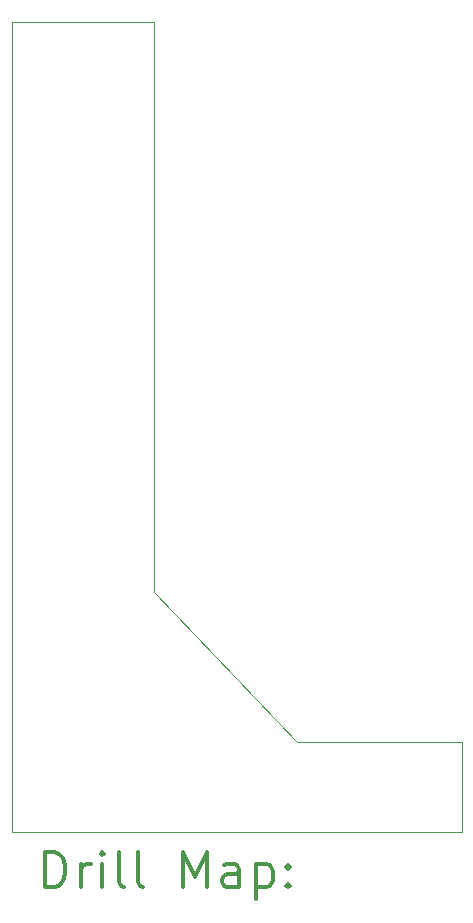
<source format=gbr>
%FSLAX45Y45*%
G04 Gerber Fmt 4.5, Leading zero omitted, Abs format (unit mm)*
G04 Created by KiCad (PCBNEW (5.1.7)-1) date 2021-07-10 10:13:53*
%MOMM*%
%LPD*%
G01*
G04 APERTURE LIST*
%TA.AperFunction,Profile*%
%ADD10C,0.050000*%
%TD*%
%ADD11C,0.200000*%
%ADD12C,0.300000*%
G04 APERTURE END LIST*
D10*
X14541500Y-7620000D02*
X13335000Y-7620000D01*
X14541500Y-12446000D02*
X14541500Y-7620000D01*
X15748000Y-13716000D02*
X14541500Y-12446000D01*
X17145000Y-13716000D02*
X15748000Y-13716000D01*
X17145000Y-14478000D02*
X17145000Y-13716000D01*
X13335000Y-14478000D02*
X17145000Y-14478000D01*
X13335000Y-7620000D02*
X13335000Y-14478000D01*
D11*
D12*
X13618928Y-14946214D02*
X13618928Y-14646214D01*
X13690357Y-14646214D01*
X13733214Y-14660500D01*
X13761786Y-14689071D01*
X13776071Y-14717643D01*
X13790357Y-14774786D01*
X13790357Y-14817643D01*
X13776071Y-14874786D01*
X13761786Y-14903357D01*
X13733214Y-14931929D01*
X13690357Y-14946214D01*
X13618928Y-14946214D01*
X13918928Y-14946214D02*
X13918928Y-14746214D01*
X13918928Y-14803357D02*
X13933214Y-14774786D01*
X13947500Y-14760500D01*
X13976071Y-14746214D01*
X14004643Y-14746214D01*
X14104643Y-14946214D02*
X14104643Y-14746214D01*
X14104643Y-14646214D02*
X14090357Y-14660500D01*
X14104643Y-14674786D01*
X14118928Y-14660500D01*
X14104643Y-14646214D01*
X14104643Y-14674786D01*
X14290357Y-14946214D02*
X14261786Y-14931929D01*
X14247500Y-14903357D01*
X14247500Y-14646214D01*
X14447500Y-14946214D02*
X14418928Y-14931929D01*
X14404643Y-14903357D01*
X14404643Y-14646214D01*
X14790357Y-14946214D02*
X14790357Y-14646214D01*
X14890357Y-14860500D01*
X14990357Y-14646214D01*
X14990357Y-14946214D01*
X15261786Y-14946214D02*
X15261786Y-14789071D01*
X15247500Y-14760500D01*
X15218928Y-14746214D01*
X15161786Y-14746214D01*
X15133214Y-14760500D01*
X15261786Y-14931929D02*
X15233214Y-14946214D01*
X15161786Y-14946214D01*
X15133214Y-14931929D01*
X15118928Y-14903357D01*
X15118928Y-14874786D01*
X15133214Y-14846214D01*
X15161786Y-14831929D01*
X15233214Y-14831929D01*
X15261786Y-14817643D01*
X15404643Y-14746214D02*
X15404643Y-15046214D01*
X15404643Y-14760500D02*
X15433214Y-14746214D01*
X15490357Y-14746214D01*
X15518928Y-14760500D01*
X15533214Y-14774786D01*
X15547500Y-14803357D01*
X15547500Y-14889071D01*
X15533214Y-14917643D01*
X15518928Y-14931929D01*
X15490357Y-14946214D01*
X15433214Y-14946214D01*
X15404643Y-14931929D01*
X15676071Y-14917643D02*
X15690357Y-14931929D01*
X15676071Y-14946214D01*
X15661786Y-14931929D01*
X15676071Y-14917643D01*
X15676071Y-14946214D01*
X15676071Y-14760500D02*
X15690357Y-14774786D01*
X15676071Y-14789071D01*
X15661786Y-14774786D01*
X15676071Y-14760500D01*
X15676071Y-14789071D01*
M02*

</source>
